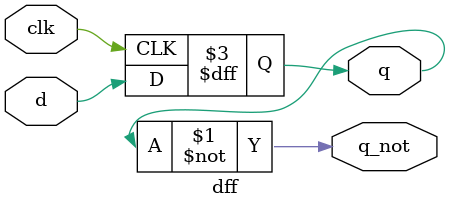
<source format=v>
`timescale 1ns / 1ps
/*
    Engineer: Rodrigo Becerril Ferreyra
    Company: California State University, Long Beach
    Project Name: Lab Test 3
    Start Date: 08 September 2020
    End Date: 08 September 2020
*/
module dff(
    input d,
    output reg q,
    output q_not,
    input clk
);

assign q_not = ~q;

always @(posedge clk)
    q <= d;

endmodule

</source>
